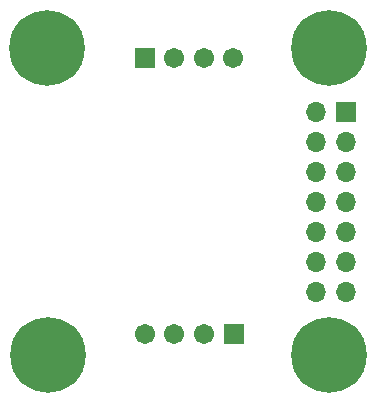
<source format=gbr>
%TF.GenerationSoftware,KiCad,Pcbnew,7.0.9*%
%TF.CreationDate,2024-01-29T17:54:31+11:00*%
%TF.ProjectId,BMI088_IMU_PCB,424d4930-3838-45f4-994d-555f5043422e,rev?*%
%TF.SameCoordinates,Original*%
%TF.FileFunction,Soldermask,Bot*%
%TF.FilePolarity,Negative*%
%FSLAX46Y46*%
G04 Gerber Fmt 4.6, Leading zero omitted, Abs format (unit mm)*
G04 Created by KiCad (PCBNEW 7.0.9) date 2024-01-29 17:54:31*
%MOMM*%
%LPD*%
G01*
G04 APERTURE LIST*
G04 Aperture macros list*
%AMRoundRect*
0 Rectangle with rounded corners*
0 $1 Rounding radius*
0 $2 $3 $4 $5 $6 $7 $8 $9 X,Y pos of 4 corners*
0 Add a 4 corners polygon primitive as box body*
4,1,4,$2,$3,$4,$5,$6,$7,$8,$9,$2,$3,0*
0 Add four circle primitives for the rounded corners*
1,1,$1+$1,$2,$3*
1,1,$1+$1,$4,$5*
1,1,$1+$1,$6,$7*
1,1,$1+$1,$8,$9*
0 Add four rect primitives between the rounded corners*
20,1,$1+$1,$2,$3,$4,$5,0*
20,1,$1+$1,$4,$5,$6,$7,0*
20,1,$1+$1,$6,$7,$8,$9,0*
20,1,$1+$1,$8,$9,$2,$3,0*%
G04 Aperture macros list end*
%ADD10RoundRect,0.102000X0.754000X0.754000X-0.754000X0.754000X-0.754000X-0.754000X0.754000X-0.754000X0*%
%ADD11C,1.712000*%
%ADD12C,6.400000*%
%ADD13RoundRect,0.102000X-0.754000X-0.754000X0.754000X-0.754000X0.754000X0.754000X-0.754000X0.754000X0*%
%ADD14R,1.700000X1.700000*%
%ADD15O,1.700000X1.700000*%
G04 APERTURE END LIST*
D10*
%TO.C,P1*%
X71690000Y-67240000D03*
D11*
X69190000Y-67240000D03*
X66690000Y-67240000D03*
X64190000Y-67240000D03*
%TD*%
D12*
%TO.C,TH4*%
X79756000Y-69000000D03*
%TD*%
%TO.C,TH1*%
X55874000Y-43000000D03*
%TD*%
%TO.C,TH3*%
X56000000Y-69000000D03*
%TD*%
D13*
%TO.C,P2*%
X64160000Y-43900000D03*
D11*
X66660000Y-43900000D03*
X69160000Y-43900000D03*
X71660000Y-43900000D03*
%TD*%
D14*
%TO.C,J1*%
X81250000Y-48450000D03*
D15*
X78710000Y-48450000D03*
X81250000Y-50990000D03*
X78710000Y-50990000D03*
X81250000Y-53530000D03*
X78710000Y-53530000D03*
X81250000Y-56070000D03*
X78710000Y-56070000D03*
X81250000Y-58610000D03*
X78710000Y-58610000D03*
X81250000Y-61150000D03*
X78710000Y-61150000D03*
X81250000Y-63690000D03*
X78710000Y-63690000D03*
%TD*%
D12*
%TO.C,TH2*%
X79750000Y-43000000D03*
%TD*%
M02*

</source>
